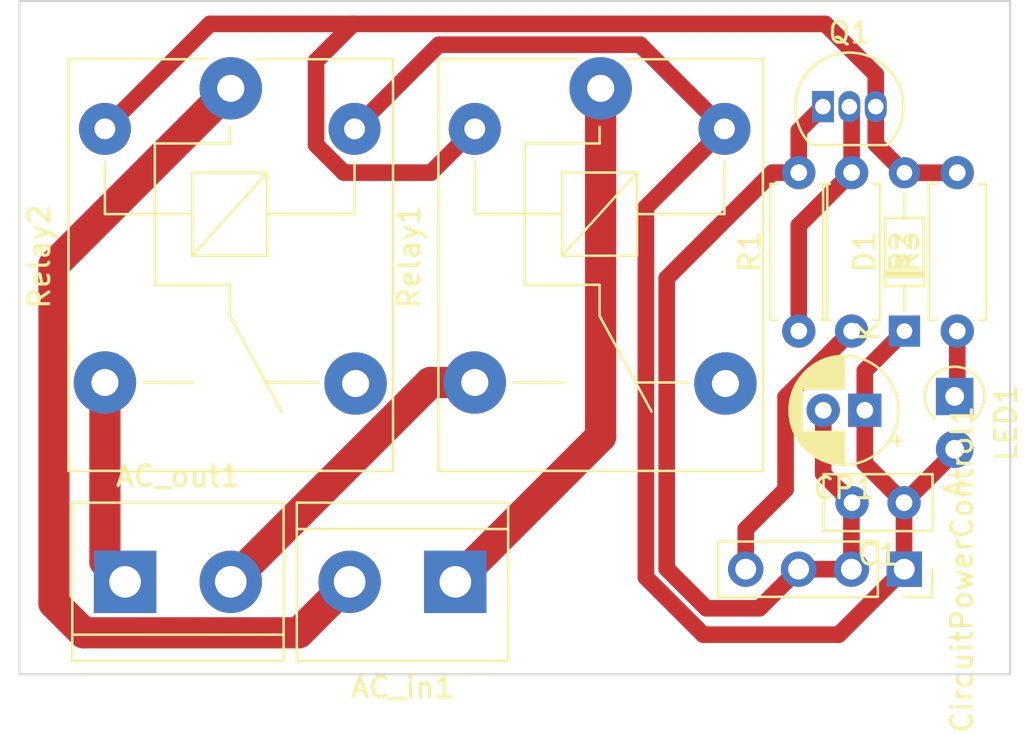
<source format=kicad_pcb>
(kicad_pcb (version 20211014) (generator pcbnew)
  (layers (0 "F.Cu" signal) (31 "B.Cu" signal) (34 "B.Paste" user) (35 "F.Paste" user) (36 "B.SilkS" user "B.Silkscreen") (37 "F.SilkS" user "F.Silkscreen") (38 "B.Mask" user) (39 "F.Mask" user) (44 "Edge.Cuts" user))
  (net 0 "")
  (net 1 "Net-(AC_in1-Pad1)")
  (net 2 "Net-(AC_in1-Pad2)")
  (net 3 "Net-(AC_out1-Pad1)")
  (net 4 "Net-(AC_out1-Pad2)")
  (net 5 "+12V")
  (net 6 "GND")
  (net 7 "Net-(CircuitPowerControl1-Pad4)")
  (net 8 "Net-(D1-Pad2)")
  (net 9 "Net-(LED1-Pad1)")
  (net 10 "Net-(Q1-Pad2)")
  (footprint "Diode_THT:D_DO-34_SOD68_P7.62mm_Horizontal" (layer "F.Cu") (at 172.974 96.652 90)
    (fp_text reference "D1" (at 3.81 -1.92 90) (layer "F.SilkS"))
    (fp_text value "D_Schottky")
    (fp_text user "K" (at 0 -1.75 90) (layer "F.SilkS"))
    (fp_line (start 6.63 0) (end 5.45 0) (layer "F.SilkS") (width 0.12))
    (fp_line (start 2.746 -0.92) (end 2.746 0.92) (layer "F.SilkS") (width 0.12))
    (fp_line (start 0.99 0) (end 2.17 0) (layer "F.SilkS") (width 0.12))
    (fp_line (start 2.866 -0.92) (end 2.866 0.92) (layer "F.SilkS") (width 0.12))
    (fp_line (start 5.45 0.92) (end 5.45 -0.92) (layer "F.SilkS") (width 0.12))
    (fp_line (start 5.45 -0.92) (end 2.17 -0.92) (layer "F.SilkS") (width 0.12))
    (fp_line (start 2.17 -0.92) (end 2.17 0.92) (layer "F.SilkS") (width 0.12))
    (fp_line (start 2.626 -0.92) (end 2.626 0.92) (layer "F.SilkS") (width 0.12))
    (fp_line (start 2.17 0.92) (end 5.45 0.92) (layer "F.SilkS") (width 0.12))
    (pad "1" thru_hole rect (at 0 0 90) (size 1.5 1.5) (drill 0.75) (layers *.Cu *.Mask) (net 5 "+12V"))
    (pad "2" thru_hole oval (at 7.62 0 90) (size 1.5 1.5) (drill 0.75) (layers *.Cu *.Mask) (net 8 "Net-(D1-Pad2)"))
  )
  (footprint "Relay_THT:Relay_SPDT_SANYOU_SRD_Series_Form_C" (layer "F.Cu") (at 140.589 84.972 -90)
    (fp_text reference "Relay2" (at 8.1 9.2 90) (layer "F.SilkS"))
    (fp_text value "12v")
    (fp_line (start 3.55 6.05) (end 6.05 6.05) (layer "F.SilkS") (width 0.12))
    (fp_line (start 2.65 0.05) (end 2.65 3.65) (layer "F.SilkS") (width 0.12))
    (fp_line (start 4.05 -1.75) (end 8.05 -1.75) (layer "F.SilkS") (width 0.12))
    (fp_line (start 18.4 -7.8) (end 18.4 7.8) (layer "F.SilkS") (width 0.12))
    (fp_line (start 8.05 1.85) (end 4.05 -1.75) (layer "F.SilkS") (width 0.12))
    (fp_line (start 2.65 0.05) (end 1.85 0.05) (layer "F.SilkS") (width 0.12))
    (fp_line (start 6.05 -5.95) (end 6.05 -1.75) (layer "F.SilkS") (width 0.12))
    (fp_line (start 9.45 3.65) (end 2.65 3.65) (layer "F.SilkS") (width 0.12))
    (fp_line (start 8.05 1.85) (end 4.05 1.85) (layer "F.SilkS") (width 0.12))
    (fp_line (start 8.05 -1.75) (end 8.05 1.85) (layer "F.SilkS") (width 0.12))
    (fp_line (start 10.95 0.05) (end 15.55 -2.45) (layer "F.SilkS") (width 0.12))
    (fp_line (start -1.4 -7.8) (end 18.4 -7.8) (layer "F.SilkS") (width 0.12))
    (fp_line (start 14.15 -4.2) (end 14.15 -1.7) (layer "F.SilkS") (width 0.12))
    (fp_line (start -1.4 -7.8) (end -1.4 -1.2) (layer "F.SilkS") (width 0.12))
    (fp_line (start 14.15 4.2) (end 14.15 1.75) (layer "F.SilkS") (width 0.12))
    (fp_line (start 6.05 -5.95) (end 3.55 -5.95) (layer "F.SilkS") (width 0.12))
    (fp_line (start 6.05 1.85) (end 6.05 6.05) (layer "F.SilkS") (width 0.12))
    (fp_line (start -1.4 1.2) (end -1.4 7.8) (layer "F.SilkS") (width 0.12))
    (fp_line (start 9.45 0.05) (end 9.45 3.65) (layer "F.SilkS") (width 0.12))
    (fp_line (start 18.4 7.8) (end -1.4 7.8) (layer "F.SilkS") (width 0.12))
    (fp_line (start 9.45 0.05) (end 10.95 0.05) (layer "F.SilkS") (width 0.12))
    (fp_line (start 4.05 1.85) (end 4.05 -1.75) (layer "F.SilkS") (width 0.12))
    (pad "1" thru_hole circle (at 0 0) (size 3 3) (drill 1.3) (layers *.Cu *.Mask) (net 2 "Net-(AC_in1-Pad2)"))
    (pad "2" thru_hole circle (at 1.95 6.05) (size 2.5 2.5) (drill 1) (layers *.Cu *.Mask) (net 8 "Net-(D1-Pad2)"))
    (pad "3" thru_hole circle (at 14.15 6.05) (size 3 3) (drill 1.3) (layers *.Cu *.Mask) (net 3 "Net-(AC_out1-Pad1)"))
    (pad "4" thru_hole circle (at 14.2 -6) (size 3 3) (drill 1.3) (layers *.Cu *.Mask))
    (pad "5" thru_hole circle (at 1.95 -5.95) (size 2.5 2.5) (drill 1) (layers *.Cu *.Mask) (net 5 "+12V"))
  )
  (footprint "Package_TO_SOT_THT:TO-92_Inline" (layer "F.Cu") (at 169.054424 85.852)
    (fp_text reference "Q1" (at 1.27 -3.56) (layer "F.SilkS"))
    (fp_text value "S8050")
    (fp_line (start -0.53 1.85) (end 3.07 1.85) (layer "F.SilkS") (width 0.12))
    (fp_arc (start -0.568478 1.838478) (mid -1.132087 -0.994977) (end 1.27 -2.6) (layer "F.SilkS") (width 0.12))
    (fp_arc (start 1.27 -2.6) (mid 3.672087 -0.994977) (end 3.108478 1.838478) (layer "F.SilkS") (width 0.12))
    (pad "1" thru_hole rect (at 0 0) (size 1.05 1.5) (drill 0.75) (layers *.Cu *.Mask) (net 6 "GND"))
    (pad "2" thru_hole oval (at 1.27 0) (size 1.05 1.5) (drill 0.75) (layers *.Cu *.Mask) (net 10 "Net-(Q1-Pad2)"))
    (pad "3" thru_hole oval (at 2.54 0) (size 1.05 1.5) (drill 0.75) (layers *.Cu *.Mask) (net 8 "Net-(D1-Pad2)"))
  )
  (footprint "Connector_PinSocket_2.54mm:PinSocket_1x04_P2.54mm_Vertical" (layer "F.Cu") (at 172.964 108.102 -90)
    (fp_text reference "CircuitPowerControl1" (at 0 -2.77 90) (layer "F.SilkS"))
    (fp_text value "Conn_01x04_Male")
    (fp_line (start -1.33 8.95) (end 1.33 8.95) (layer "F.SilkS") (width 0.12))
    (fp_line (start 1.33 -1.33) (end 1.33 0) (layer "F.SilkS") (width 0.12))
    (fp_line (start -1.33 1.27) (end -1.33 8.95) (layer "F.SilkS") (width 0.12))
    (fp_line (start 0 -1.33) (end 1.33 -1.33) (layer "F.SilkS") (width 0.12))
    (fp_line (start -1.33 1.27) (end 1.33 1.27) (layer "F.SilkS") (width 0.12))
    (fp_line (start 1.33 1.27) (end 1.33 8.95) (layer "F.SilkS") (width 0.12))
    (pad "1" thru_hole rect (at 0 0 270) (size 1.7 1.7) (drill 1) (layers *.Cu *.Mask) (net 5 "+12V"))
    (pad "2" thru_hole oval (at 0 2.54 270) (size 1.7 1.7) (drill 1) (layers *.Cu *.Mask) (net 6 "GND"))
    (pad "3" thru_hole oval (at 0 5.08 270) (size 1.7 1.7) (drill 1) (layers *.Cu *.Mask) (net 6 "GND"))
    (pad "4" thru_hole oval (at 0 7.62 270) (size 1.7 1.7) (drill 1) (layers *.Cu *.Mask) (net 7 "Net-(CircuitPowerControl1-Pad4)"))
  )
  (footprint "TerminalBlock:TerminalBlock_bornier-2_P5.08mm" (layer "F.Cu") (at 151.384 108.712 180)
    (fp_text reference "AC_in1" (at 2.54 -5.08) (layer "F.SilkS"))
    (fp_text value "Screw_Terminal_01x02")
    (fp_line (start 7.62 -3.81) (end -2.54 -3.81) (layer "F.SilkS") (width 0.12))
    (fp_line (start 7.62 3.81) (end 7.62 -3.81) (layer "F.SilkS") (width 0.12))
    (fp_line (start -2.54 -3.81) (end -2.54 3.81) (layer "F.SilkS") (width 0.12))
    (fp_line (start -2.54 3.81) (end 7.62 3.81) (layer "F.SilkS") (width 0.12))
    (fp_line (start 7.62 2.54) (end -2.54 2.54) (layer "F.SilkS") (width 0.12))
    (pad "1" thru_hole rect (at 0 0 180) (size 3 3) (drill 1.52) (layers *.Cu *.Mask) (net 1 "Net-(AC_in1-Pad1)"))
    (pad "2" thru_hole circle (at 5.08 0 180) (size 3 3) (drill 1.52) (layers *.Cu *.Mask) (net 2 "Net-(AC_in1-Pad2)"))
  )
  (footprint "Resistor_THT:R_Axial_DIN0207_L6.3mm_D2.5mm_P7.62mm_Horizontal" (layer "F.Cu") (at 175.514 96.647 90)
    (fp_text reference "R3" (at 3.81 -2.37 90) (layer "F.SilkS"))
    (fp_text value "470")
    (fp_line (start 0.54 1.37) (end 7.08 1.37) (layer "F.SilkS") (width 0.12))
    (fp_line (start 0.54 -1.04) (end 0.54 -1.37) (layer "F.SilkS") (width 0.12))
    (fp_line (start 0.54 -1.37) (end 7.08 -1.37) (layer "F.SilkS") (width 0.12))
    (fp_line (start 7.08 1.37) (end 7.08 1.04) (layer "F.SilkS") (width 0.12))
    (fp_line (start 7.08 -1.37) (end 7.08 -1.04) (layer "F.SilkS") (width 0.12))
    (fp_line (start 0.54 1.04) (end 0.54 1.37) (layer "F.SilkS") (width 0.12))
    (pad "1" thru_hole circle (at 0 0 90) (size 1.6 1.6) (drill 0.8) (layers *.Cu *.Mask) (net 9 "Net-(LED1-Pad1)"))
    (pad "2" thru_hole oval (at 7.62 0 90) (size 1.6 1.6) (drill 0.8) (layers *.Cu *.Mask) (net 8 "Net-(D1-Pad2)"))
  )
  (footprint "Resistor_THT:R_Axial_DIN0207_L6.3mm_D2.5mm_P7.62mm_Horizontal" (layer "F.Cu") (at 167.894 96.647 90)
    (fp_text reference "R1" (at 3.81 -2.37 90) (layer "F.SilkS"))
    (fp_text value "10kohm")
    (fp_line (start 7.08 -1.37) (end 7.08 -1.04) (layer "F.SilkS") (width 0.12))
    (fp_line (start 0.54 -1.04) (end 0.54 -1.37) (layer "F.SilkS") (width 0.12))
    (fp_line (start 0.54 1.04) (end 0.54 1.37) (layer "F.SilkS") (width 0.12))
    (fp_line (start 7.08 1.37) (end 7.08 1.04) (layer "F.SilkS") (width 0.12))
    (fp_line (start 0.54 -1.37) (end 7.08 -1.37) (layer "F.SilkS") (width 0.12))
    (fp_line (start 0.54 1.37) (end 7.08 1.37) (layer "F.SilkS") (width 0.12))
    (pad "1" thru_hole circle (at 0 0 90) (size 1.6 1.6) (drill 0.8) (layers *.Cu *.Mask) (net 10 "Net-(Q1-Pad2)"))
    (pad "2" thru_hole oval (at 7.62 0 90) (size 1.6 1.6) (drill 0.8) (layers *.Cu *.Mask) (net 6 "GND"))
  )
  (footprint "Resistor_THT:R_Axial_DIN0207_L6.3mm_D2.5mm_P7.62mm_Horizontal" (layer "F.Cu") (at 170.434 89.027 -90)
    (fp_text reference "R2" (at 3.81 -2.37 90) (layer "F.SilkS"))
    (fp_text value "220")
    (fp_line (start 0.54 -1.04) (end 0.54 -1.37) (layer "F.SilkS") (width 0.12))
    (fp_line (start 7.08 1.37) (end 7.08 1.04) (layer "F.SilkS") (width 0.12))
    (fp_line (start 7.08 -1.37) (end 7.08 -1.04) (layer "F.SilkS") (width 0.12))
    (fp_line (start 0.54 1.37) (end 7.08 1.37) (layer "F.SilkS") (width 0.12))
    (fp_line (start 0.54 -1.37) (end 7.08 -1.37) (layer "F.SilkS") (width 0.12))
    (fp_line (start 0.54 1.04) (end 0.54 1.37) (layer "F.SilkS") (width 0.12))
    (pad "1" thru_hole circle (at 0 0 270) (size 1.6 1.6) (drill 0.8) (layers *.Cu *.Mask) (net 10 "Net-(Q1-Pad2)"))
    (pad "2" thru_hole oval (at 7.62 0 270) (size 1.6 1.6) (drill 0.8) (layers *.Cu *.Mask) (net 7 "Net-(CircuitPowerControl1-Pad4)"))
  )
  (footprint "Capacitor_THT:C_Disc_D5.0mm_W2.5mm_P2.50mm" (layer "F.Cu") (at 172.954 104.902 180)
    (fp_text reference "C1" (at 1.25 -2.5) (layer "F.SilkS"))
    (fp_text value "100nF")
    (fp_line (start -1.37 -1.37) (end -1.37 1.37) (layer "F.SilkS") (width 0.12))
    (fp_line (start -1.37 -1.37) (end 3.87 -1.37) (layer "F.SilkS") (width 0.12))
    (fp_line (start 3.87 -1.37) (end 3.87 1.37) (layer "F.SilkS") (width 0.12))
    (fp_line (start -1.37 1.37) (end 3.87 1.37) (layer "F.SilkS") (width 0.12))
    (pad "1" thru_hole circle (at 0 0 180) (size 1.6 1.6) (drill 0.8) (layers *.Cu *.Mask) (net 5 "+12V"))
    (pad "2" thru_hole circle (at 2.5 0 180) (size 1.6 1.6) (drill 0.8) (layers *.Cu *.Mask) (net 6 "GND"))
  )
  (footprint "Capacitor_THT:CP_Radial_D5.0mm_P2.00mm" (layer "F.Cu") (at 171.069 100.457 180)
    (fp_text reference "CP1" (at 1 -3.75) (layer "F.SilkS"))
    (fp_text value "100uF")
    (fp_line (start 1.36 -2.556) (end 1.36 -1.04) (layer "F.SilkS") (width 0.12))
    (fp_line (start 1.48 1.04) (end 1.48 2.536) (layer "F.SilkS") (width 0.12))
    (fp_line (start 2.441 1.04) (end 2.441 2.149) (layer "F.SilkS") (width 0.12))
    (fp_line (start 2.281 -2.247) (end 2.281 -1.04) (layer "F.SilkS") (width 0.12))
    (fp_line (start 2.801 1.04) (end 2.801 1.864) (layer "F.SilkS") (width 0.12))
    (fp_line (start 2.961 1.04) (end 2.961 1.699) (layer "F.SilkS") (width 0.12))
    (fp_line (start 1.2 -2.573) (end 1.2 -1.04) (layer "F.SilkS") (width 0.12))
    (fp_line (start 2.001 1.04) (end 2.001 2.382) (layer "F.SilkS") (width 0.12))
    (fp_line (start 2.441 -2.149) (end 2.441 -1.04) (layer "F.SilkS") (width 0.12))
    (fp_line (start 2.281 1.04) (end 2.281 2.247) (layer "F.SilkS") (width 0.12))
    (fp_line (start 1.68 1.04) (end 1.68 2.491) (layer "F.SilkS") (width 0.12))
    (fp_line (start 2.681 1.04) (end 2.681 1.971) (layer "F.SilkS") (width 0.12))
    (fp_line (start 1.24 1.04) (end 1.24 2.569) (layer "F.SilkS") (width 0.12))
    (fp_line (start 1.761 1.04) (end 1.761 2.468) (layer "F.SilkS") (width 0.12))
    (fp_line (start 2.921 -1.743) (end 2.921 -1.04) (layer "F.SilkS") (width 0.12))
    (fp_line (start 2.521 -2.095) (end 2.521 -1.04) (layer "F.SilkS") (width 0.12))
    (fp_line (start 1.28 -2.565) (end 1.28 -1.04) (layer "F.SilkS") (width 0.12))
    (fp_line (start 1.721 -2.48) (end 1.721 -1.04) (layer "F.SilkS") (width 0.12))
    (fp_line (start 1.6 1.04) (end 1.6 2.511) (layer "F.SilkS") (width 0.12))
    (fp_line (start 3.481 -0.805) (end 3.481 0.805) (layer "F.SilkS") (width 0.12))
    (fp_line (start 1.881 1.04) (end 1.881 2.428) (layer "F.SilkS") (width 0.12))
    (fp_line (start 2.241 -2.268) (end 2.241 -1.04) (layer "F.SilkS") (width 0.12))
    (fp_line (start 2.481 -2.122) (end 2.481 -1.04) (layer "F.SilkS") (width 0.12))
    (fp_line (start 2.521 1.04) (end 2.521 2.095) (layer "F.SilkS") (width 0.12))
    (fp_line (start 1.12 1.04) (end 1.12 2.578) (layer "F.SilkS") (width 0.12))
    (fp_line (start 1.52 1.04) (end 1.52 2.528) (layer "F.SilkS") (width 0.12))
    (fp_line (start 3.521 -0.677) (end 3.521 0.677) (layer "F.SilkS") (width 0.12))
    (fp_line (start 3.601 -0.284) (end 3.601 0.284) (layer "F.SilkS") (width 0.12))
    (fp_line (start 3.401 -1.011) (end 3.401 1.011) (layer "F.SilkS") (width 0.12))
    (fp_line (start 3.241 -1.319) (end 3.241 1.319) (layer "F.SilkS") (width 0.12))
    (fp_line (start 1.36 1.04) (end 1.36 2.556) (layer "F.SilkS") (width 0.12))
    (fp_line (start 2.041 -2.365) (end 2.041 -1.04) (layer "F.SilkS") (width 0.12))
    (fp_line (start 1.761 -2.468) (end 1.761 -1.04) (layer "F.SilkS") (width 0.12))
    (fp_line (start 1 -2.58) (end 1 -1.04) (layer "F.SilkS") (width 0.12))
    (fp_line (start 1.64 1.04) (end 1.64 2.501) (layer "F.SilkS") (width 0.12))
    (fp_line (start 2.081 1.04) (end 2.081 2.348) (layer "F.SilkS") (width 0.12))
    (fp_line (start 2.881 -1.785) (end 2.881 -1.04) (layer "F.SilkS") (width 0.12))
    (fp_line (start 1.52 -2.528) (end 1.52 -1.04) (layer "F.SilkS") (width 0.12))
    (fp_line (start 1.881 -2.428) (end 1.881 -1.04) (layer "F.SilkS") (width 0.12))
    (fp_line (start 2.641 -2.004) (end 2.641 -1.04) (layer "F.SilkS") (width 0.12))
    (fp_line (start 3.361 -1.098) (end 3.361 1.098) (layer "F.SilkS") (width 0.12))
    (fp_line (start 1.841 1.04) (end 1.841 2.442) (layer "F.SilkS") (width 0.12))
    (fp_line (start 3.161 -1.443) (end 3.161 1.443) (layer "F.SilkS") (width 0.12))
    (fp_line (start 2.561 1.04) (end 2.561 2.065) (layer "F.SilkS") (width 0.12))
    (fp_line (start 2.401 -2.175) (end 2.401 -1.04) (layer "F.SilkS") (width 0.12))
    (fp_line (start 2.641 1.04) (end 2.641 2.004) (layer "F.SilkS") (width 0.12))
    (fp_line (start 2.721 -1.937) (end 2.721 -1.04) (layer "F.SilkS") (width 0.12))
    (fp_line (start 1.721 1.04) (end 1.721 2.48) (layer "F.SilkS") (width 0.12))
    (fp_line (start 1.32 -2.561) (end 1.32 -1.04) (layer "F.SilkS") (width 0.12))
    (fp_line (start 1.08 1.04) (end 1.08 2.579) (layer "F.SilkS") (width 0.12))
    (fp_line (start 2.601 1.04) (end 2.601 2.035) (layer "F.SilkS") (width 0.12))
    (fp_line (start 3.121 -1.5) (end 3.121 1.5) (layer "F.SilkS") (width 0.12))
    (fp_line (start 3.201 -1.383) (end 3.201 1.383) (layer "F.SilkS") (width 0.12))
    (fp_line (start 1.24 -2.569) (end 1.24 -1.04) (layer "F.SilkS") (width 0.12))
    (fp_line (start 3.441 -0.915) (end 3.441 0.915) (layer "F.SilkS") (width 0.12))
    (fp_line (start 2.361 -2.2) (end 2.361 -1.04) (layer "F.SilkS") (width 0.12))
    (fp_line (start 2.321 -2.224) (end 2.321 -1.04) (layer "F.SilkS") (width 0.12))
    (fp_line (start 2.761 -1.901) (end 2.761 -1.04) (layer "F.SilkS") (width 0.12))
    (fp_line (start 2.801 -1.864) (end 2.801 -1.04) (layer "F.SilkS") (width 0.12))
    (fp_line (start 2.201 -2.29) (end 2.201 -1.04) (layer "F.SilkS") (width 0.12))
    (fp_line (start 3.081 -1.554) (end 3.081 1.554) (layer "F.SilkS") (width 0.12))
    (fp_line (start 1.08 -2.579) (end 1.08 -1.04) (layer "F.SilkS") (width 0.12))
    (fp_line (start 1.16 -2.576) (end 1.16 -1.04) (layer "F.SilkS") (width 0.12))
    (fp_line (start 2.921 1.04) (end 2.921 1.743) (layer "F.SilkS") (width 0.12))
    (fp_line (start 1.801 -2.455) (end 1.801 -1.04) (layer "F.SilkS") (width 0.12))
    (fp_line (start 3.321 -1.178) (end 3.321 1.178) (layer "F.SilkS") (width 0.12))
    (fp_line (start 2.681 -1.971) (end 2.681 -1.04) (layer "F.SilkS") (width 0.12))
    (fp_line (start 2.081 -2.348) (end 2.081 -1.04) (layer "F.SilkS") (width 0.12))
    (fp_line (start 3.281 -1.251) (end 3.281 1.251) (layer "F.SilkS") (width 0.12))
    (fp_line (start 2.161 -2.31) (end 2.161 -1.04) (layer "F.SilkS") (width 0.12))
    (fp_line (start -1.554775 -1.725) (end -1.554775 -1.225) (layer "F.SilkS") (width 0.12))
    (fp_line (start 1.921 1.04) (end 1.921 2.414) (layer "F.SilkS") (width 0.12))
    (fp_line (start 1.841 -2.442) (end 1.841 -1.04) (layer "F.SilkS") (width 0.12))
    (fp_line (start 1.16 1.04) (end 1.16 2.576) (layer "F.SilkS") (width 0.12))
    (fp_line (start 1.04 -2.58) (end 1.04 -1.04) (layer "F.SilkS") (width 0.12))
    (fp_line (start 1.48 -2.536) (end 1.48 -1.04) (layer "F.SilkS") (width 0.12))
    (fp_line (start 2.401 1.04) (end 2.401 2.175) (layer "F.SilkS") (width 0.12))
    (fp_line (start 1.44 -2.543) (end 1.44 -1.04) (layer "F.SilkS") (width 0.12))
    (fp_line (start 3.041 -1.605) (end 3.041 1.605) (layer "F.SilkS") (width 0.12))
    (fp_line (start 2.161 1.04) (end 2.161 2.31) (layer "F.SilkS") (width 0.12))
    (fp_line (start 2.041 1.04) (end 2.041 2.365) (layer "F.SilkS") (width 0.12))
    (fp_line (start 2.321 1.04) (end 2.321 2.224) (layer "F.SilkS") (width 0.12))
    (fp_line (start 2.961 -1.699) (end 2.961 -1.04) (layer "F.SilkS") (width 0.12))
    (fp_line (start 2.601 -2.035) (end 2.601 -1.04) (layer "F.SilkS") (width 0.12))
    (fp_line (start 1.04 1.04) (end 1.04 2.58) (layer "F.SilkS") (width 0.12))
    (fp_line (start 1.56 1.04) (end 1.56 2.52) (layer "F.SilkS") (width 0.12))
    (fp_line (start 2.721 1.04) (end 2.721 1.937) (layer "F.SilkS") (width 0.12))
    (fp_line (start 2.881 1.04) (end 2.881 1.785) (layer "F.SilkS") (width 0.12))
    (fp_line (start 1.961 1.04) (end 1.961 2.398) (layer "F.SilkS") (width 0.12))
    (fp_line (start 2.841 -1.826) (end 2.841 -1.04) (layer "F.SilkS") (width 0.12))
    (fp_line (start 2.201 1.04) (end 2.201 2.29) (layer "F.SilkS") (width 0.12))
    (fp_line (start 2.001 -2.382) (end 2.001 -1.04) (layer "F.SilkS") (width 0.12))
    (fp_line (start 2.761 1.04) (end 2.761 1.901) (layer "F.SilkS") (width 0.12))
    (fp_line (start 2.241 1.04) (end 2.241 2.268) (layer "F.SilkS") (width 0.12))
    (fp_line (start 1.32 1.04) (end 1.32 2.561) (layer "F.SilkS") (width 0.12))
    (fp_line (start 1.68 -2.491) (end 1.68 -1.04) (layer "F.SilkS") (width 0.12))
    (fp_line (start 2.121 1.04) (end 2.121 2.329) (layer "F.SilkS") (width 0.12))
    (fp_line (start 2.561 -2.065) (end 2.561 -1.04) (layer "F.SilkS") (width 0.12))
    (fp_line (start 1 1.04) (end 1 2.58) (layer "F.SilkS") (width 0.12))
    (fp_line (start 1.921 -2.414) (end 1.921 -1.04) (layer "F.SilkS") (width 0.12))
    (fp_line (start 1.6 -2.511) (end 1.6 -1.04) (layer "F.SilkS") (width 0.12))
    (fp_line (start 3.001 -1.653) (end 3.001 -1.04) (layer "F.SilkS") (width 0.12))
    (fp_line (start 1.56 -2.52) (end 1.56 -1.04) (layer "F.SilkS") (width 0.12))
    (fp_line (start 1.12 -2.578) (end 1.12 -1.04) (layer "F.SilkS") (width 0.12))
    (fp_line (start 2.361 1.04) (end 2.361 2.2) (layer "F.SilkS") (width 0.12))
    (fp_line (start 1.28 1.04) (end 1.28 2.565) (layer "F.SilkS") (width 0.12))
    (fp_line (start 2.121 -2.329) (end 2.121 -1.04) (layer "F.SilkS") (width 0.12))
    (fp_line (start 2.481 1.04) (end 2.481 2.122) (layer "F.SilkS") (width 0.12))
    (fp_line (start 3.561 -0.518) (end 3.561 0.518) (layer "F.SilkS") (width 0.12))
    (fp_line (start 2.841 1.04) (end 2.841 1.826) (layer "F.SilkS") (width 0.12))
    (fp_line (start 1.801 1.04) (end 1.801 2.455) (layer "F.SilkS") (width 0.12))
    (fp_line (start 1.2 1.04) (end 1.2 2.573) (layer "F.SilkS") (width 0.12))
    (fp_line (start 1.64 -2.501) (end 1.64 -1.04) (layer "F.SilkS") (width 0.12))
    (fp_line (start 1.44 1.04) (end 1.44 2.543) (layer "F.SilkS") (width 0.12))
    (fp_line (start 1.4 1.04) (end 1.4 2.55) (layer "F.SilkS") (width 0.12))
    (fp_line (start -1.804775 -1.475) (end -1.304775 -1.475) (layer "F.SilkS") (width 0.12))
    (fp_line (start 1.961 -2.398) (end 1.961 -1.04) (layer "F.SilkS") (width 0.12))
    (fp_line (start 1.4 -2.55) (end 1.4 -1.04) (layer "F.SilkS") (width 0.12))
    (fp_line (start 3.001 1.04) (end 3.001 1.653) (layer "F.SilkS") (width 0.12))
    (fp_circle (center 1 0) (end 3.62 0) (layer "F.SilkS") (width 0.12) (fill none))
    (pad "1" thru_hole rect (at 0 0 180) (size 1.6 1.6) (drill 0.8) (layers *.Cu *.Mask) (net 5 "+12V"))
    (pad "2" thru_hole circle (at 2 0 180) (size 1.6 1.6) (drill 0.8) (layers *.Cu *.Mask) (net 6 "GND"))
  )
  (footprint "Diode_THT:D_A-405_P2.54mm_Vertical_AnodeUp" (layer "F.Cu") (at 175.387 99.793 -90)
    (fp_text reference "LED1" (at 1.27 -2.47 90) (layer "F.SilkS"))
    (fp_text value "RED")
    (fp_text user "A" (at 4.44 0 90) (layer "F.SilkS"))
    (fp_arc (start 1.05385 0.968866) (mid -1.430816 -0.045469) (end 1.113239 -0.9) (layer "F.SilkS") (width 0.12))
    (pad "1" thru_hole rect (at 0 0 270) (size 1.8 1.8) (drill 0.9) (layers *.Cu *.Mask) (net 9 "Net-(LED1-Pad1)"))
    (pad "2" thru_hole oval (at 2.54 0 270) (size 1.8 1.8) (drill 0.9) (layers *.Cu *.Mask) (net 5 "+12V"))
  )
  (footprint "TerminalBlock:TerminalBlock_bornier-2_P5.08mm" (layer "F.Cu") (at 135.509 108.712)
    (fp_text reference "AC_out1" (at 2.54 -5.08) (layer "F.SilkS"))
    (fp_text value "Screw_Terminal_01x02")
    (fp_line (start -2.54 3.81) (end 7.62 3.81) (layer "F.SilkS") (width 0.12))
    (fp_line (start 7.62 -3.81) (end -2.54 -3.81) (layer "F.SilkS") (width 0.12))
    (fp_line (start 7.62 3.81) (end 7.62 -3.81) (layer "F.SilkS") (width 0.12))
    (fp_line (start 7.62 2.54) (end -2.54 2.54) (layer "F.SilkS") (width 0.12))
    (fp_line (start -2.54 -3.81) (end -2.54 3.81) (layer "F.SilkS") (width 0.12))
    (pad "1" thru_hole rect (at 0 0) (size 3 3) (drill 1.52) (layers *.Cu *.Mask) (net 3 "Net-(AC_out1-Pad1)"))
    (pad "2" thru_hole circle (at 5.08 0) (size 3 3) (drill 1.52) (layers *.Cu *.Mask) (net 4 "Net-(AC_out1-Pad2)"))
  )
  (footprint "Relay_THT:Relay_SPDT_SANYOU_SRD_Series_Form_C" (layer "F.Cu") (at 158.369 84.972 -90)
    (fp_text reference "Relay1" (at 8.1 9.2 90) (layer "F.SilkS"))
    (fp_text value "12v")
    (fp_line (start 2.65 0.05) (end 2.65 3.65) (layer "F.SilkS") (width 0.12))
    (fp_line (start 8.05 1.85) (end 4.05 1.85) (layer "F.SilkS") (width 0.12))
    (fp_line (start 9.45 0.05) (end 10.95 0.05) (layer "F.SilkS") (width 0.12))
    (fp_line (start 2.65 0.05) (end 1.85 0.05) (layer "F.SilkS") (width 0.12))
    (fp_line (start 14.15 -4.2) (end 14.15 -1.7) (layer "F.SilkS") (width 0.12))
    (fp_line (start 6.05 -5.95) (end 6.05 -1.75) (layer "F.SilkS") (width 0.12))
    (fp_line (start 8.05 1.85) (end 4.05 -1.75) (layer "F.SilkS") (width 0.12))
    (fp_line (start -1.4 -7.8) (end 18.4 -7.8) (layer "F.SilkS") (width 0.12))
    (fp_line (start 4.05 -1.75) (end 8.05 -1.75) (layer "F.SilkS") (width 0.12))
    (fp_line (start -1.4 -7.8) (end -1.4 -1.2) (layer "F.SilkS") (width 0.12))
    (fp_line (start 8.05 -1.75) (end 8.05 1.85) (layer "F.SilkS") (width 0.12))
    (fp_line (start 9.45 0.05) (end 9.45 3.65) (layer "F.SilkS") (width 0.12))
    (fp_line (start 10.95 0.05) (end 15.55 -2.45) (layer "F.SilkS") (width 0.12))
    (fp_line (start 4.05 1.85) (end 4.05 -1.75) (layer "F.SilkS") (width 0.12))
    (fp_line (start 6.05 1.85) (end 6.05 6.05) (layer "F.SilkS") (width 0.12))
    (fp_line (start 18.4 -7.8) (end 18.4 7.8) (layer "F.SilkS") (width 0.12))
    (fp_line (start 9.45 3.65) (end 2.65 3.65) (layer "F.SilkS") (width 0.12))
    (fp_line (start 14.15 4.2) (end 14.15 1.75) (layer "F.SilkS") (width 0.12))
    (fp_line (start 6.05 -5.95) (end 3.55 -5.95) (layer "F.SilkS") (width 0.12))
    (fp_line (start 3.55 6.05) (end 6.05 6.05) (layer "F.SilkS") (width 0.12))
    (fp_line (start 18.4 7.8) (end -1.4 7.8) (layer "F.SilkS") (width 0.12))
    (fp_line (start -1.4 1.2) (end -1.4 7.8) (layer "F.SilkS") (width 0.12))
    (pad "1" thru_hole circle (at 0 0) (size 3 3) (drill 1.3) (layers *.Cu *.Mask) (net 1 "Net-(AC_in1-Pad1)"))
    (pad "2" thru_hole circle (at 1.95 6.05) (size 2.5 2.5) (drill 1) (layers *.Cu *.Mask) (net 8 "Net-(D1-Pad2)"))
    (pad "3" thru_hole circle (at 14.15 6.05) (size 3 3) (drill 1.3) (layers *.Cu *.Mask) (net 4 "Net-(AC_out1-Pad2)"))
    (pad "4" thru_hole circle (at 14.2 -6) (size 3 3) (drill 1.3) (layers *.Cu *.Mask))
    (pad "5" thru_hole circle (at 1.95 -5.95) (size 2.5 2.5) (drill 1) (layers *.Cu *.Mask) (net 5 "+12V"))
  )
  (gr_line (start 130.429 80.772) (end 178.054 80.772) (layer "Edge.Cuts") (width 0.1))
  (gr_line (start 178.054 97.917) (end 178.054 113.157) (layer "Edge.Cuts") (width 0.1))
  (gr_line (start 178.054 80.772) (end 178.054 97.282) (layer "Edge.Cuts") (width 0.1))
  (gr_line (start 130.429 113.157) (end 130.429 80.772) (layer "Edge.Cuts") (width 0.1))
  (gr_line (start 178.054 97.282) (end 178.054 97.917) (layer "Edge.Cuts") (width 0.1))
  (gr_line (start 178.054 113.157) (end 130.429 113.157) (layer "Edge.Cuts") (width 0.1))
  (segment (start 158.369 84.972) (end 158.369 101.727) (width 1.5) (layer "F.Cu") (net 1))
  (segment (start 158.369 101.727) (end 151.384 108.712) (width 1.5) (layer "F.Cu") (net 1))
  (segment (start 140.589 84.972) (end 132.089 93.472) (width 1.5) (layer "F.Cu") (net 2))
  (segment (start 133.514 111.162) (end 143.854 111.162) (width 1.5) (layer "F.Cu") (net 2))
  (segment (start 132.089 109.737) (end 133.514 111.162) (width 1.5) (layer "F.Cu") (net 2))
  (segment (start 132.089 93.472) (end 132.089 109.737) (width 1.5) (layer "F.Cu") (net 2))
  (segment (start 143.854 111.162) (end 146.304 108.712) (width 1.5) (layer "F.Cu") (net 2))
  (segment (start 134.539 99.122) (end 134.539 107.742) (width 1.5) (layer "F.Cu") (net 3))
  (segment (start 134.539 107.742) (end 135.509 108.712) (width 1.5) (layer "F.Cu") (net 3))
  (segment (start 150.179 99.122) (end 140.589 108.712) (width 1.5) (layer "F.Cu") (net 4))
  (segment (start 152.319 99.122) (end 150.179 99.122) (width 1.5) (layer "F.Cu") (net 4))
  (segment (start 160.269 82.872) (end 150.589 82.872) (width 0.8) (layer "F.Cu") (net 5))
  (segment (start 175.387 102.469) (end 172.954 104.902) (width 0.8) (layer "F.Cu") (net 5))
  (segment (start 172.964 108.102) (end 169.814 111.252) (width 0.8) (layer "F.Cu") (net 5))
  (segment (start 171.069 103.017) (end 172.954 104.902) (width 0.8) (layer "F.Cu") (net 5))
  (segment (start 160.543999 108.491213) (end 160.543999 90.697001) (width 0.8) (layer "F.Cu") (net 5))
  (segment (start 171.069 100.457) (end 171.069 103.017) (width 0.8) (layer "F.Cu") (net 5))
  (segment (start 169.814 111.252) (end 163.304786 111.252) (width 0.8) (layer "F.Cu") (net 5))
  (segment (start 171.069 98.557) (end 171.069 100.457) (width 0.8) (layer "F.Cu") (net 5))
  (segment (start 172.964 108.087) (end 172.974 108.077) (width 0.8) (layer "F.Cu") (net 5))
  (segment (start 163.304786 111.252) (end 160.543999 108.491213) (width 0.8) (layer "F.Cu") (net 5))
  (segment (start 175.387 102.333) (end 175.387 102.469) (width 0.8) (layer "F.Cu") (net 5))
  (segment (start 172.974 96.652) (end 171.069 98.557) (width 0.8) (layer "F.Cu") (net 5))
  (segment (start 160.543999 90.697001) (end 164.319 86.922) (width 0.8) (layer "F.Cu") (net 5))
  (segment (start 150.589 82.872) (end 146.539 86.922) (width 0.8) (layer "F.Cu") (net 5))
  (segment (start 172.954 108.057) (end 172.954 104.902) (width 0.8) (layer "F.Cu") (net 5))
  (segment (start 164.319 86.922) (end 160.269 82.872) (width 0.8) (layer "F.Cu") (net 5))
  (segment (start 172.964 108.102) (end 172.964 108.087) (width 0.8) (layer "F.Cu") (net 5))
  (segment (start 172.954 104.902) (end 172.974 104.902) (width 0.8) (layer "F.Cu") (net 5))
  (segment (start 172.974 108.077) (end 172.954 108.057) (width 0.8) (layer "F.Cu") (net 5))
  (segment (start 167.884 108.102) (end 166.004 109.982) (width 0.8) (layer "F.Cu") (net 6))
  (segment (start 163.449 109.982) (end 161.544 108.077) (width 0.8) (layer "F.Cu") (net 6))
  (segment (start 169.069 103.517) (end 170.454 104.902) (width 0.8) (layer "F.Cu") (net 6))
  (segment (start 166.624 89.027) (end 167.894 89.027) (width 0.8) (layer "F.Cu") (net 6))
  (segment (start 166.004 109.982) (end 163.449 109.982) (width 0.8) (layer "F.Cu") (net 6))
  (segment (start 167.884 108.102) (end 170.424 108.102) (width 0.8) (layer "F.Cu") (net 6))
  (segment (start 170.424 104.932) (end 170.454 104.902) (width 0.8) (layer "F.Cu") (net 6))
  (segment (start 167.894 87.012424) (end 169.054424 85.852) (width 0.8) (layer "F.Cu") (net 6))
  (segment (start 170.424 108.102) (end 170.424 104.932) (width 0.8) (layer "F.Cu") (net 6))
  (segment (start 169.069 100.457) (end 169.069 103.517) (width 0.8) (layer "F.Cu") (net 6))
  (segment (start 161.544 108.077) (end 161.544 94.107) (width 0.8) (layer "F.Cu") (net 6))
  (segment (start 167.894 89.027) (end 167.894 87.012424) (width 0.8) (layer "F.Cu") (net 6))
  (segment (start 161.544 94.107) (end 166.624 89.027) (width 0.8) (layer "F.Cu") (net 6))
  (segment (start 167.259 104.267) (end 165.344 106.182) (width 0.8) (layer "F.Cu") (net 7))
  (segment (start 165.344 106.182) (end 165.344 108.102) (width 0.8) (layer "F.Cu") (net 7))
  (segment (start 170.434 96.647) (end 167.259 99.822) (width 0.8) (layer "F.Cu") (net 7))
  (segment (start 167.259 99.822) (end 167.259 104.267) (width 0.8) (layer "F.Cu") (net 7))
  (segment (start 171.594424 85.852) (end 171.594424 87.652424) (width 0.8) (layer "F.Cu") (net 8))
  (segment (start 146.027704 89.027) (end 150.214 89.027) (width 0.8) (layer "F.Cu") (net 8))
  (segment (start 146.474001 81.871999) (end 144.689 83.657) (width 0.8) (layer "F.Cu") (net 8))
  (segment (start 150.214 89.027) (end 152.319 86.922) (width 0.8) (layer "F.Cu") (net 8))
  (segment (start 171.594424 87.652424) (end 172.974 89.032) (width 0.8) (layer "F.Cu") (net 8))
  (segment (start 146.474001 81.871999) (end 139.589001 81.871999) (width 0.8) (layer "F.Cu") (net 8))
  (segment (start 144.689 87.688296) (end 146.027704 89.027) (width 0.8) (layer "F.Cu") (net 8))
  (segment (start 139.589001 81.871999) (end 134.539 86.922) (width 0.8) (layer "F.Cu") (net 8))
  (segment (start 171.594424 85.852) (end 171.594424 84.302) (width 0.8) (layer "F.Cu") (net 8))
  (segment (start 171.594424 84.302) (end 169.164423 81.871999) (width 0.8) (layer "F.Cu") (net 8))
  (segment (start 169.164423 81.871999) (end 146.474001 81.871999) (width 0.8) (layer "F.Cu") (net 8))
  (segment (start 144.689 83.657) (end 144.689 87.688296) (width 0.8) (layer "F.Cu") (net 8))
  (segment (start 172.974 89.032) (end 175.509 89.032) (width 0.8) (layer "F.Cu") (net 8))
  (segment (start 175.509 89.032) (end 175.514 89.027) (width 0.8) (layer "F.Cu") (net 8))
  (segment (start 175.514 96.647) (end 175.514 99.666) (width 0.8) (layer "F.Cu") (net 9))
  (segment (start 175.514 99.666) (end 175.387 99.793) (width 0.8) (layer "F.Cu") (net 9))
  (segment (start 167.894 91.567) (end 170.434 89.027) (width 0.8) (layer "F.Cu") (net 10))
  (segment (start 167.894 96.647) (end 167.894 91.567) (width 0.8) (layer "F.Cu") (net 10))
  (segment (start 170.434 89.027) (end 170.434 85.961576) (width 0.8) (layer "F.Cu") (net 10))
  (segment (start 170.434 85.961576) (end 170.324424 85.852) (width 0.8) (layer "F.Cu") (net 10))
)
</source>
